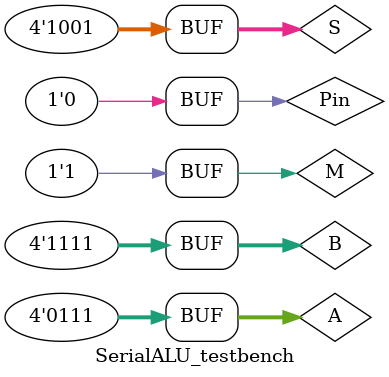
<source format=v>
/*
* Testbench for serial_ALU
*/

`timescale 1us/1ns

module SerialALU_testbench();

    reg [3:0] A, B;
    reg [3:0] S;
    reg M;
    reg Pin;

    wire [3:0] R;
    wire [3:0] P;

    localparam PERIOD = 1;

    SerialALU UUT(
        .A    (A),
        .B    (B),
        .S    (S),
        .M    (M),
        .Pin  (Pin),
        .R    (R),
        .P    (P)
    );

    initial begin
        $dumpfile("./SerialALU.vcd");
        $dumpvars(0, SerialALU_testbench);

        A = 0;
        B = 8;
        M = 0;
        S = 4'b0001;
        Pin = 0;
        #PERIOD;

        A = 1;
        B = 9;
        M = 0;
        S = 4'b0001;
        Pin = 0;
        #PERIOD;

        A = 2;
        B = 10;
        M = 0;
        S = 4'b0001;
        Pin = 0;
        #PERIOD;

        A = 3;
        B = 11;
        M = 0;
        S = 4'b0001;
        Pin = 0;
        #PERIOD;

        A = 4;
        B = 12;
        M = 0;
        S = 4'b0100;
        Pin = 0;
        #PERIOD;

        A = 5;
        B = 13;
        M = 0;
        S = 4'b0100;
        Pin = 0;
        #PERIOD;

        A = 6;
        B = 14;
        M = 0;
        S = 4'b0100;
        Pin = 0;
        #PERIOD;

        A = 7;
        B = 15;
        M = 0;
        S = 4'b0100;
        Pin = 0;
        #PERIOD;

        A = 8;
        B = 0;
        M = 1;
        S = 4'b0110;
        Pin = 1;
        #PERIOD;

        A = 9;
        B = 1;
        M = 1;
        S = 4'b0110;
        Pin = 1;
        #PERIOD;

        A = 10;
        B = 2;
        M = 1;
        S = 4'b0110;
        Pin = 1;
        #PERIOD;

        A = 11;
        B = 3;
        M = 1;
        S = 4'b0110;
        Pin = 1;
        #PERIOD;

        A = 12;
        B = 4;
        M = 1;
        S = 4'b0110;
        Pin = 1;
        #PERIOD;

        A = 13;
        B = 5;
        M = 1;
        S = 4'b0110;
        Pin = 1;
        #PERIOD;

        A = 14;
        B = 6;
        M = 1;
        S = 4'b0110;
        Pin = 1;
        #PERIOD;

        A = 15;
        B = 7;
        M = 1;
        S = 4'b0110;
        Pin = 1;
        #PERIOD;

        A = 0;
        B = 8;
        M = 1;
        S = 4'b1001;
        Pin = 0;
        #PERIOD;

        A = 1;
        B = 9;
        M = 1;
        S = 4'b1001;
        Pin = 0;
        #PERIOD;

        A = 2;
        B = 10;
        M = 1;
        S = 4'b1001;
        Pin = 0;
        #PERIOD;

        A = 3;
        B = 11;
        M = 1;
        S = 4'b1001;
        Pin = 0;
        #PERIOD;

        A = 4;
        B = 12;
        M = 1;
        S = 4'b1001;
        Pin = 0;
        #PERIOD;

        A = 5;
        B = 13;
        M = 1;
        S = 4'b1001;
        Pin = 0;
        #PERIOD;

        A = 6;
        B = 14;
        M = 1;
        S = 4'b1001;
        Pin = 0;
        #PERIOD;

        A = 7;
        B = 15;
        M = 1;
        S = 4'b1001;
        Pin = 0;
        #PERIOD;
    end

endmodule


</source>
